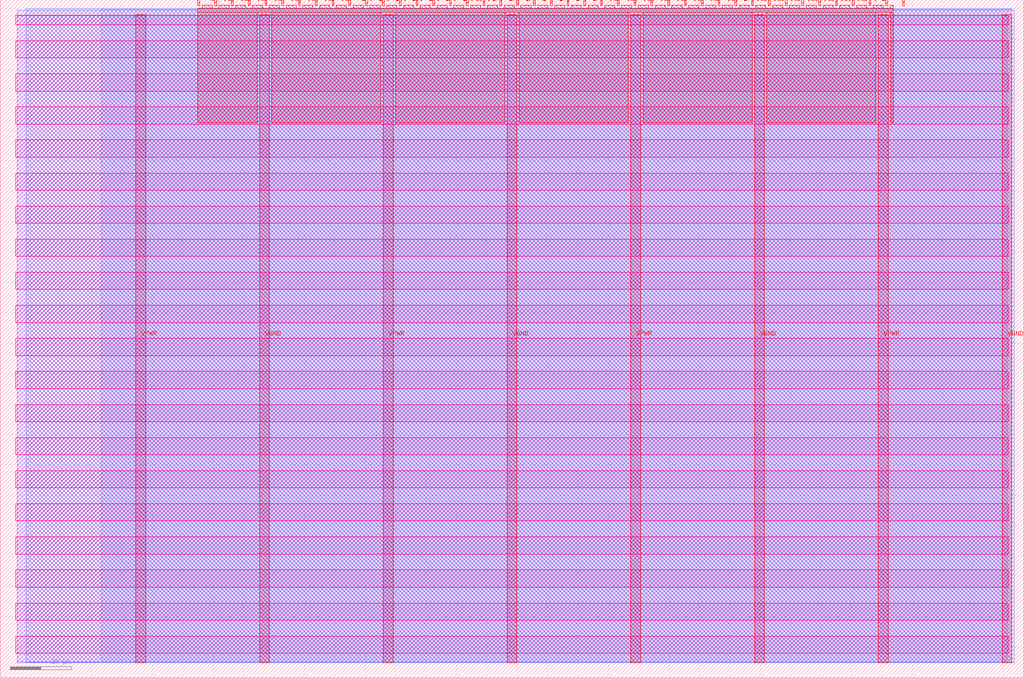
<source format=lef>
VERSION 5.7 ;
  NOWIREEXTENSIONATPIN ON ;
  DIVIDERCHAR "/" ;
  BUSBITCHARS "[]" ;
MACRO tt_um_gharenthi_top_dup
  CLASS BLOCK ;
  FOREIGN tt_um_gharenthi_top_dup ;
  ORIGIN 0.000 0.000 ;
  SIZE 168.360 BY 111.520 ;
  PIN VGND
    DIRECTION INOUT ;
    USE GROUND ;
    PORT
      LAYER met4 ;
        RECT 42.670 2.480 44.270 109.040 ;
    END
    PORT
      LAYER met4 ;
        RECT 83.380 2.480 84.980 109.040 ;
    END
    PORT
      LAYER met4 ;
        RECT 124.090 2.480 125.690 109.040 ;
    END
    PORT
      LAYER met4 ;
        RECT 164.800 2.480 166.400 109.040 ;
    END
  END VGND
  PIN VPWR
    DIRECTION INOUT ;
    USE POWER ;
    PORT
      LAYER met4 ;
        RECT 22.315 2.480 23.915 109.040 ;
    END
    PORT
      LAYER met4 ;
        RECT 63.025 2.480 64.625 109.040 ;
    END
    PORT
      LAYER met4 ;
        RECT 103.735 2.480 105.335 109.040 ;
    END
    PORT
      LAYER met4 ;
        RECT 144.445 2.480 146.045 109.040 ;
    END
  END VPWR
  PIN clk
    DIRECTION INPUT ;
    USE SIGNAL ;
    ANTENNAGATEAREA 0.852000 ;
    PORT
      LAYER met4 ;
        RECT 145.670 110.520 145.970 111.520 ;
    END
  END clk
  PIN ena
    DIRECTION INPUT ;
    USE SIGNAL ;
    PORT
      LAYER met4 ;
        RECT 148.430 110.520 148.730 111.520 ;
    END
  END ena
  PIN rst_n
    DIRECTION INPUT ;
    USE SIGNAL ;
    ANTENNAGATEAREA 0.213000 ;
    PORT
      LAYER met4 ;
        RECT 142.910 110.520 143.210 111.520 ;
    END
  END rst_n
  PIN ui_in[0]
    DIRECTION INPUT ;
    USE SIGNAL ;
    PORT
      LAYER met4 ;
        RECT 140.150 110.520 140.450 111.520 ;
    END
  END ui_in[0]
  PIN ui_in[1]
    DIRECTION INPUT ;
    USE SIGNAL ;
    PORT
      LAYER met4 ;
        RECT 137.390 110.520 137.690 111.520 ;
    END
  END ui_in[1]
  PIN ui_in[2]
    DIRECTION INPUT ;
    USE SIGNAL ;
    PORT
      LAYER met4 ;
        RECT 134.630 110.520 134.930 111.520 ;
    END
  END ui_in[2]
  PIN ui_in[3]
    DIRECTION INPUT ;
    USE SIGNAL ;
    PORT
      LAYER met4 ;
        RECT 131.870 110.520 132.170 111.520 ;
    END
  END ui_in[3]
  PIN ui_in[4]
    DIRECTION INPUT ;
    USE SIGNAL ;
    ANTENNAGATEAREA 0.159000 ;
    PORT
      LAYER met4 ;
        RECT 129.110 110.520 129.410 111.520 ;
    END
  END ui_in[4]
  PIN ui_in[5]
    DIRECTION INPUT ;
    USE SIGNAL ;
    ANTENNAGATEAREA 0.159000 ;
    PORT
      LAYER met4 ;
        RECT 126.350 110.520 126.650 111.520 ;
    END
  END ui_in[5]
  PIN ui_in[6]
    DIRECTION INPUT ;
    USE SIGNAL ;
    ANTENNAGATEAREA 0.196500 ;
    PORT
      LAYER met4 ;
        RECT 123.590 110.520 123.890 111.520 ;
    END
  END ui_in[6]
  PIN ui_in[7]
    DIRECTION INPUT ;
    USE SIGNAL ;
    ANTENNAGATEAREA 0.196500 ;
    PORT
      LAYER met4 ;
        RECT 120.830 110.520 121.130 111.520 ;
    END
  END ui_in[7]
  PIN uio_in[0]
    DIRECTION INPUT ;
    USE SIGNAL ;
    PORT
      LAYER met4 ;
        RECT 118.070 110.520 118.370 111.520 ;
    END
  END uio_in[0]
  PIN uio_in[1]
    DIRECTION INPUT ;
    USE SIGNAL ;
    PORT
      LAYER met4 ;
        RECT 115.310 110.520 115.610 111.520 ;
    END
  END uio_in[1]
  PIN uio_in[2]
    DIRECTION INPUT ;
    USE SIGNAL ;
    PORT
      LAYER met4 ;
        RECT 112.550 110.520 112.850 111.520 ;
    END
  END uio_in[2]
  PIN uio_in[3]
    DIRECTION INPUT ;
    USE SIGNAL ;
    PORT
      LAYER met4 ;
        RECT 109.790 110.520 110.090 111.520 ;
    END
  END uio_in[3]
  PIN uio_in[4]
    DIRECTION INPUT ;
    USE SIGNAL ;
    PORT
      LAYER met4 ;
        RECT 107.030 110.520 107.330 111.520 ;
    END
  END uio_in[4]
  PIN uio_in[5]
    DIRECTION INPUT ;
    USE SIGNAL ;
    PORT
      LAYER met4 ;
        RECT 104.270 110.520 104.570 111.520 ;
    END
  END uio_in[5]
  PIN uio_in[6]
    DIRECTION INPUT ;
    USE SIGNAL ;
    PORT
      LAYER met4 ;
        RECT 101.510 110.520 101.810 111.520 ;
    END
  END uio_in[6]
  PIN uio_in[7]
    DIRECTION INPUT ;
    USE SIGNAL ;
    PORT
      LAYER met4 ;
        RECT 98.750 110.520 99.050 111.520 ;
    END
  END uio_in[7]
  PIN uio_oe[0]
    DIRECTION OUTPUT TRISTATE ;
    USE SIGNAL ;
    PORT
      LAYER met4 ;
        RECT 51.830 110.520 52.130 111.520 ;
    END
  END uio_oe[0]
  PIN uio_oe[1]
    DIRECTION OUTPUT TRISTATE ;
    USE SIGNAL ;
    PORT
      LAYER met4 ;
        RECT 49.070 110.520 49.370 111.520 ;
    END
  END uio_oe[1]
  PIN uio_oe[2]
    DIRECTION OUTPUT TRISTATE ;
    USE SIGNAL ;
    PORT
      LAYER met4 ;
        RECT 46.310 110.520 46.610 111.520 ;
    END
  END uio_oe[2]
  PIN uio_oe[3]
    DIRECTION OUTPUT TRISTATE ;
    USE SIGNAL ;
    PORT
      LAYER met4 ;
        RECT 43.550 110.520 43.850 111.520 ;
    END
  END uio_oe[3]
  PIN uio_oe[4]
    DIRECTION OUTPUT TRISTATE ;
    USE SIGNAL ;
    PORT
      LAYER met4 ;
        RECT 40.790 110.520 41.090 111.520 ;
    END
  END uio_oe[4]
  PIN uio_oe[5]
    DIRECTION OUTPUT TRISTATE ;
    USE SIGNAL ;
    PORT
      LAYER met4 ;
        RECT 38.030 110.520 38.330 111.520 ;
    END
  END uio_oe[5]
  PIN uio_oe[6]
    DIRECTION OUTPUT TRISTATE ;
    USE SIGNAL ;
    PORT
      LAYER met4 ;
        RECT 35.270 110.520 35.570 111.520 ;
    END
  END uio_oe[6]
  PIN uio_oe[7]
    DIRECTION OUTPUT TRISTATE ;
    USE SIGNAL ;
    PORT
      LAYER met4 ;
        RECT 32.510 110.520 32.810 111.520 ;
    END
  END uio_oe[7]
  PIN uio_out[0]
    DIRECTION OUTPUT TRISTATE ;
    USE SIGNAL ;
    PORT
      LAYER met4 ;
        RECT 73.910 110.520 74.210 111.520 ;
    END
  END uio_out[0]
  PIN uio_out[1]
    DIRECTION OUTPUT TRISTATE ;
    USE SIGNAL ;
    PORT
      LAYER met4 ;
        RECT 71.150 110.520 71.450 111.520 ;
    END
  END uio_out[1]
  PIN uio_out[2]
    DIRECTION OUTPUT TRISTATE ;
    USE SIGNAL ;
    PORT
      LAYER met4 ;
        RECT 68.390 110.520 68.690 111.520 ;
    END
  END uio_out[2]
  PIN uio_out[3]
    DIRECTION OUTPUT TRISTATE ;
    USE SIGNAL ;
    PORT
      LAYER met4 ;
        RECT 65.630 110.520 65.930 111.520 ;
    END
  END uio_out[3]
  PIN uio_out[4]
    DIRECTION OUTPUT TRISTATE ;
    USE SIGNAL ;
    PORT
      LAYER met4 ;
        RECT 62.870 110.520 63.170 111.520 ;
    END
  END uio_out[4]
  PIN uio_out[5]
    DIRECTION OUTPUT TRISTATE ;
    USE SIGNAL ;
    PORT
      LAYER met4 ;
        RECT 60.110 110.520 60.410 111.520 ;
    END
  END uio_out[5]
  PIN uio_out[6]
    DIRECTION OUTPUT TRISTATE ;
    USE SIGNAL ;
    PORT
      LAYER met4 ;
        RECT 57.350 110.520 57.650 111.520 ;
    END
  END uio_out[6]
  PIN uio_out[7]
    DIRECTION OUTPUT TRISTATE ;
    USE SIGNAL ;
    PORT
      LAYER met4 ;
        RECT 54.590 110.520 54.890 111.520 ;
    END
  END uio_out[7]
  PIN uo_out[0]
    DIRECTION OUTPUT TRISTATE ;
    USE SIGNAL ;
    PORT
      LAYER met4 ;
        RECT 95.990 110.520 96.290 111.520 ;
    END
  END uo_out[0]
  PIN uo_out[1]
    DIRECTION OUTPUT TRISTATE ;
    USE SIGNAL ;
    PORT
      LAYER met4 ;
        RECT 93.230 110.520 93.530 111.520 ;
    END
  END uo_out[1]
  PIN uo_out[2]
    DIRECTION OUTPUT TRISTATE ;
    USE SIGNAL ;
    PORT
      LAYER met4 ;
        RECT 90.470 110.520 90.770 111.520 ;
    END
  END uo_out[2]
  PIN uo_out[3]
    DIRECTION OUTPUT TRISTATE ;
    USE SIGNAL ;
    PORT
      LAYER met4 ;
        RECT 87.710 110.520 88.010 111.520 ;
    END
  END uo_out[3]
  PIN uo_out[4]
    DIRECTION OUTPUT TRISTATE ;
    USE SIGNAL ;
    PORT
      LAYER met4 ;
        RECT 84.950 110.520 85.250 111.520 ;
    END
  END uo_out[4]
  PIN uo_out[5]
    DIRECTION OUTPUT TRISTATE ;
    USE SIGNAL ;
    PORT
      LAYER met4 ;
        RECT 82.190 110.520 82.490 111.520 ;
    END
  END uo_out[5]
  PIN uo_out[6]
    DIRECTION OUTPUT TRISTATE ;
    USE SIGNAL ;
    PORT
      LAYER met4 ;
        RECT 79.430 110.520 79.730 111.520 ;
    END
  END uo_out[6]
  PIN uo_out[7]
    DIRECTION OUTPUT TRISTATE ;
    USE SIGNAL ;
    ANTENNADIFFAREA 0.445500 ;
    PORT
      LAYER met4 ;
        RECT 76.670 110.520 76.970 111.520 ;
    END
  END uo_out[7]
  OBS
      LAYER nwell ;
        RECT 2.570 107.385 165.790 108.990 ;
        RECT 2.570 101.945 165.790 104.775 ;
        RECT 2.570 96.505 165.790 99.335 ;
        RECT 2.570 91.065 165.790 93.895 ;
        RECT 2.570 85.625 165.790 88.455 ;
        RECT 2.570 80.185 165.790 83.015 ;
        RECT 2.570 74.745 165.790 77.575 ;
        RECT 2.570 69.305 165.790 72.135 ;
        RECT 2.570 63.865 165.790 66.695 ;
        RECT 2.570 58.425 165.790 61.255 ;
        RECT 2.570 52.985 165.790 55.815 ;
        RECT 2.570 47.545 165.790 50.375 ;
        RECT 2.570 42.105 165.790 44.935 ;
        RECT 2.570 36.665 165.790 39.495 ;
        RECT 2.570 31.225 165.790 34.055 ;
        RECT 2.570 25.785 165.790 28.615 ;
        RECT 2.570 20.345 165.790 23.175 ;
        RECT 2.570 14.905 165.790 17.735 ;
        RECT 2.570 9.465 165.790 12.295 ;
        RECT 2.570 4.025 165.790 6.855 ;
      LAYER li1 ;
        RECT 2.760 2.635 165.600 108.885 ;
      LAYER met1 ;
        RECT 2.760 2.480 166.820 109.780 ;
      LAYER met2 ;
        RECT 4.240 2.535 166.370 110.005 ;
      LAYER met3 ;
        RECT 16.625 2.555 166.390 109.985 ;
      LAYER met4 ;
        RECT 33.210 110.120 34.870 110.650 ;
        RECT 35.970 110.120 37.630 110.650 ;
        RECT 38.730 110.120 40.390 110.650 ;
        RECT 41.490 110.120 43.150 110.650 ;
        RECT 44.250 110.120 45.910 110.650 ;
        RECT 47.010 110.120 48.670 110.650 ;
        RECT 49.770 110.120 51.430 110.650 ;
        RECT 52.530 110.120 54.190 110.650 ;
        RECT 55.290 110.120 56.950 110.650 ;
        RECT 58.050 110.120 59.710 110.650 ;
        RECT 60.810 110.120 62.470 110.650 ;
        RECT 63.570 110.120 65.230 110.650 ;
        RECT 66.330 110.120 67.990 110.650 ;
        RECT 69.090 110.120 70.750 110.650 ;
        RECT 71.850 110.120 73.510 110.650 ;
        RECT 74.610 110.120 76.270 110.650 ;
        RECT 77.370 110.120 79.030 110.650 ;
        RECT 80.130 110.120 81.790 110.650 ;
        RECT 82.890 110.120 84.550 110.650 ;
        RECT 85.650 110.120 87.310 110.650 ;
        RECT 88.410 110.120 90.070 110.650 ;
        RECT 91.170 110.120 92.830 110.650 ;
        RECT 93.930 110.120 95.590 110.650 ;
        RECT 96.690 110.120 98.350 110.650 ;
        RECT 99.450 110.120 101.110 110.650 ;
        RECT 102.210 110.120 103.870 110.650 ;
        RECT 104.970 110.120 106.630 110.650 ;
        RECT 107.730 110.120 109.390 110.650 ;
        RECT 110.490 110.120 112.150 110.650 ;
        RECT 113.250 110.120 114.910 110.650 ;
        RECT 116.010 110.120 117.670 110.650 ;
        RECT 118.770 110.120 120.430 110.650 ;
        RECT 121.530 110.120 123.190 110.650 ;
        RECT 124.290 110.120 125.950 110.650 ;
        RECT 127.050 110.120 128.710 110.650 ;
        RECT 129.810 110.120 131.470 110.650 ;
        RECT 132.570 110.120 134.230 110.650 ;
        RECT 135.330 110.120 136.990 110.650 ;
        RECT 138.090 110.120 139.750 110.650 ;
        RECT 140.850 110.120 142.510 110.650 ;
        RECT 143.610 110.120 145.270 110.650 ;
        RECT 146.370 110.120 146.905 110.650 ;
        RECT 32.495 109.440 146.905 110.120 ;
        RECT 32.495 91.295 42.270 109.440 ;
        RECT 44.670 91.295 62.625 109.440 ;
        RECT 65.025 91.295 82.980 109.440 ;
        RECT 85.380 91.295 103.335 109.440 ;
        RECT 105.735 91.295 123.690 109.440 ;
        RECT 126.090 91.295 144.045 109.440 ;
        RECT 146.445 91.295 146.905 109.440 ;
  END
END tt_um_gharenthi_top_dup
END LIBRARY


</source>
